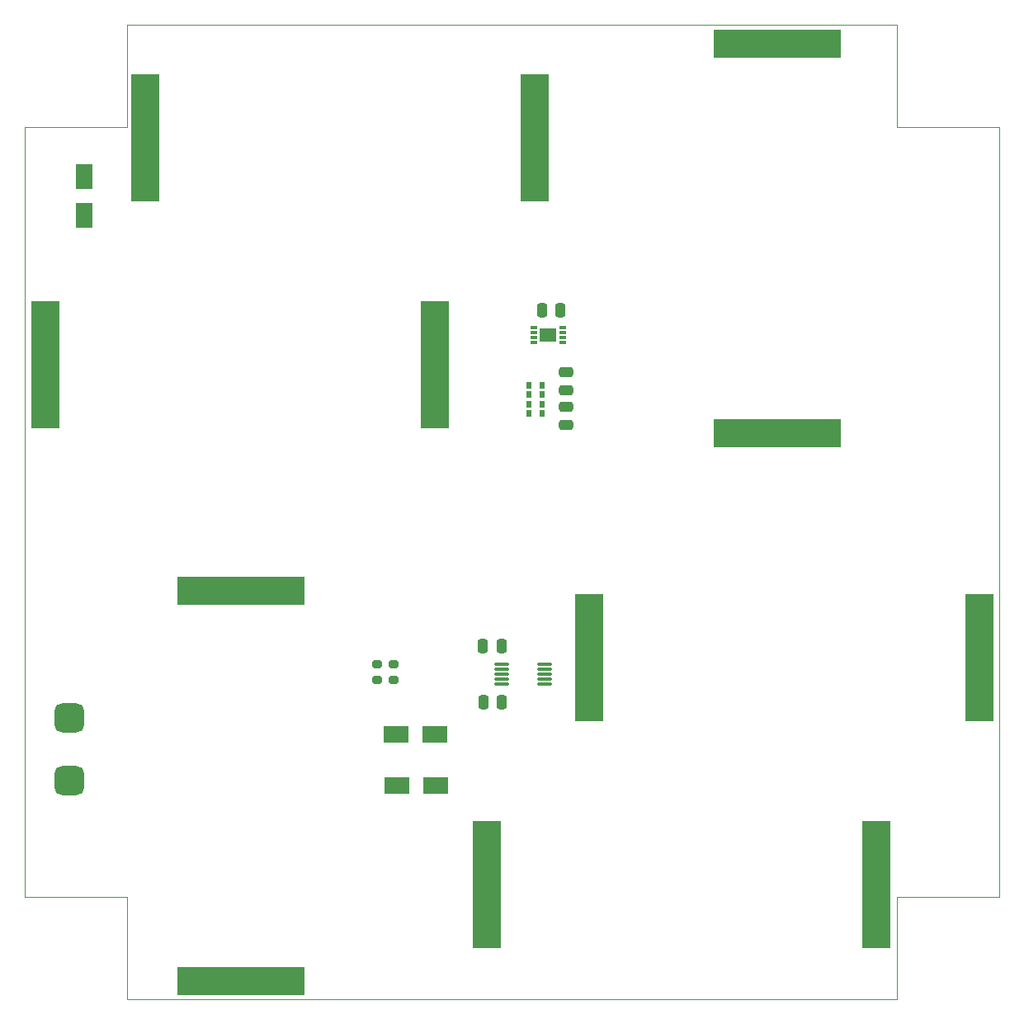
<source format=gbr>
%TF.GenerationSoftware,KiCad,Pcbnew,(6.0.9)*%
%TF.CreationDate,2023-01-30T21:02:38-08:00*%
%TF.ProjectId,solar-panel-side-Z,736f6c61-722d-4706-916e-656c2d736964,2.0*%
%TF.SameCoordinates,Original*%
%TF.FileFunction,Paste,Top*%
%TF.FilePolarity,Positive*%
%FSLAX46Y46*%
G04 Gerber Fmt 4.6, Leading zero omitted, Abs format (unit mm)*
G04 Created by KiCad (PCBNEW (6.0.9)) date 2023-01-30 21:02:38*
%MOMM*%
%LPD*%
G01*
G04 APERTURE LIST*
G04 Aperture macros list*
%AMRoundRect*
0 Rectangle with rounded corners*
0 $1 Rounding radius*
0 $2 $3 $4 $5 $6 $7 $8 $9 X,Y pos of 4 corners*
0 Add a 4 corners polygon primitive as box body*
4,1,4,$2,$3,$4,$5,$6,$7,$8,$9,$2,$3,0*
0 Add four circle primitives for the rounded corners*
1,1,$1+$1,$2,$3*
1,1,$1+$1,$4,$5*
1,1,$1+$1,$6,$7*
1,1,$1+$1,$8,$9*
0 Add four rect primitives between the rounded corners*
20,1,$1+$1,$2,$3,$4,$5,0*
20,1,$1+$1,$4,$5,$6,$7,0*
20,1,$1+$1,$6,$7,$8,$9,0*
20,1,$1+$1,$8,$9,$2,$3,0*%
G04 Aperture macros list end*
%TA.AperFunction,Profile*%
%ADD10C,0.050000*%
%TD*%
%ADD11R,2.500000X1.700000*%
%ADD12RoundRect,0.750000X-0.750000X-0.750000X0.750000X-0.750000X0.750000X0.750000X-0.750000X0.750000X0*%
%ADD13RoundRect,0.250000X0.250000X0.475000X-0.250000X0.475000X-0.250000X-0.475000X0.250000X-0.475000X0*%
%ADD14RoundRect,0.250000X0.475000X-0.250000X0.475000X0.250000X-0.475000X0.250000X-0.475000X-0.250000X0*%
%ADD15RoundRect,0.200000X0.275000X-0.200000X0.275000X0.200000X-0.275000X0.200000X-0.275000X-0.200000X0*%
%ADD16R,0.750000X0.300000*%
%ADD17R,1.750000X1.450000*%
%ADD18R,3.000000X13.000000*%
%ADD19R,13.000000X3.000000*%
%ADD20R,0.600000X0.720000*%
%ADD21RoundRect,0.075000X-0.650000X-0.075000X0.650000X-0.075000X0.650000X0.075000X-0.650000X0.075000X0*%
%ADD22R,1.700000X2.500000*%
G04 APERTURE END LIST*
D10*
X99500000Y-45500000D02*
X110000000Y-45500000D01*
X189000000Y-135000000D02*
X110000000Y-135000000D01*
X199500000Y-124500000D02*
X189000000Y-124500000D01*
X189000000Y-45500000D02*
X199500000Y-45500000D01*
X99500000Y-124500000D02*
X99500000Y-45500000D01*
X110000000Y-135000000D02*
X110000000Y-124500000D01*
X110000000Y-35000000D02*
X189000000Y-35000000D01*
X110000000Y-124500000D02*
X99500000Y-124500000D01*
X199500000Y-45500000D02*
X199500000Y-124500000D01*
X189000000Y-35000000D02*
X189000000Y-45500000D01*
X110000000Y-45500000D02*
X110000000Y-35000000D01*
X189000000Y-124500000D02*
X189000000Y-135000000D01*
D11*
%TO.C,D3*%
X141590000Y-107770000D03*
X137590000Y-107770000D03*
%TD*%
D12*
%TO.C,TP1*%
X104050000Y-106110000D03*
%TD*%
D13*
%TO.C,C5*%
X148430000Y-98750000D03*
X146530000Y-98750000D03*
%TD*%
D14*
%TO.C,C4*%
X155075000Y-72510000D03*
X155075000Y-70610000D03*
%TD*%
D15*
%TO.C,R7*%
X135630000Y-102230000D03*
X135630000Y-100580000D03*
%TD*%
D16*
%TO.C,U3*%
X151780000Y-66080000D03*
X151780000Y-66580000D03*
X151780000Y-67080000D03*
X151780000Y-67580000D03*
X154680000Y-67580000D03*
X154680000Y-67080000D03*
X154680000Y-66580000D03*
X154680000Y-66080000D03*
D17*
X153230000Y-66830000D03*
%TD*%
D18*
%TO.C,SC5*%
X146930000Y-123240000D03*
X186930000Y-123240000D03*
%TD*%
D12*
%TO.C,TP2*%
X104080000Y-112590000D03*
%TD*%
D19*
%TO.C,SC3*%
X121720000Y-133090000D03*
X121720000Y-93090000D03*
%TD*%
D20*
%TO.C,U1*%
X151240000Y-74905000D03*
X151240000Y-73935000D03*
X151240000Y-72965000D03*
X151240000Y-71995000D03*
X152640000Y-71995000D03*
X152640000Y-72965000D03*
X152640000Y-73935000D03*
X152640000Y-74905000D03*
%TD*%
D13*
%TO.C,C3*%
X148460000Y-104540000D03*
X146560000Y-104540000D03*
%TD*%
D21*
%TO.C,U2*%
X148440000Y-100610000D03*
X148440000Y-101110000D03*
X148440000Y-101610000D03*
X148440000Y-102110000D03*
X148440000Y-102610000D03*
X152840000Y-102610000D03*
X152840000Y-102110000D03*
X152840000Y-101610000D03*
X152840000Y-101110000D03*
X152840000Y-100610000D03*
%TD*%
D11*
%TO.C,D4*%
X137680000Y-113090000D03*
X141680000Y-113090000D03*
%TD*%
D13*
%TO.C,C2*%
X154500000Y-64285000D03*
X152600000Y-64285000D03*
%TD*%
D15*
%TO.C,R2*%
X137320000Y-102220000D03*
X137320000Y-100570000D03*
%TD*%
D18*
%TO.C,SC4*%
X101620000Y-69850000D03*
X141620000Y-69850000D03*
%TD*%
%TO.C,SC6*%
X197440000Y-99920000D03*
X157440000Y-99920000D03*
%TD*%
D14*
%TO.C,C1*%
X155075000Y-76070000D03*
X155075000Y-74170000D03*
%TD*%
D19*
%TO.C,SC2*%
X176760000Y-36940000D03*
X176760000Y-76940000D03*
%TD*%
D22*
%TO.C,D2*%
X105650000Y-54590000D03*
X105650000Y-50590000D03*
%TD*%
D18*
%TO.C,SC1*%
X111870000Y-46630000D03*
X151870000Y-46630000D03*
%TD*%
M02*

</source>
